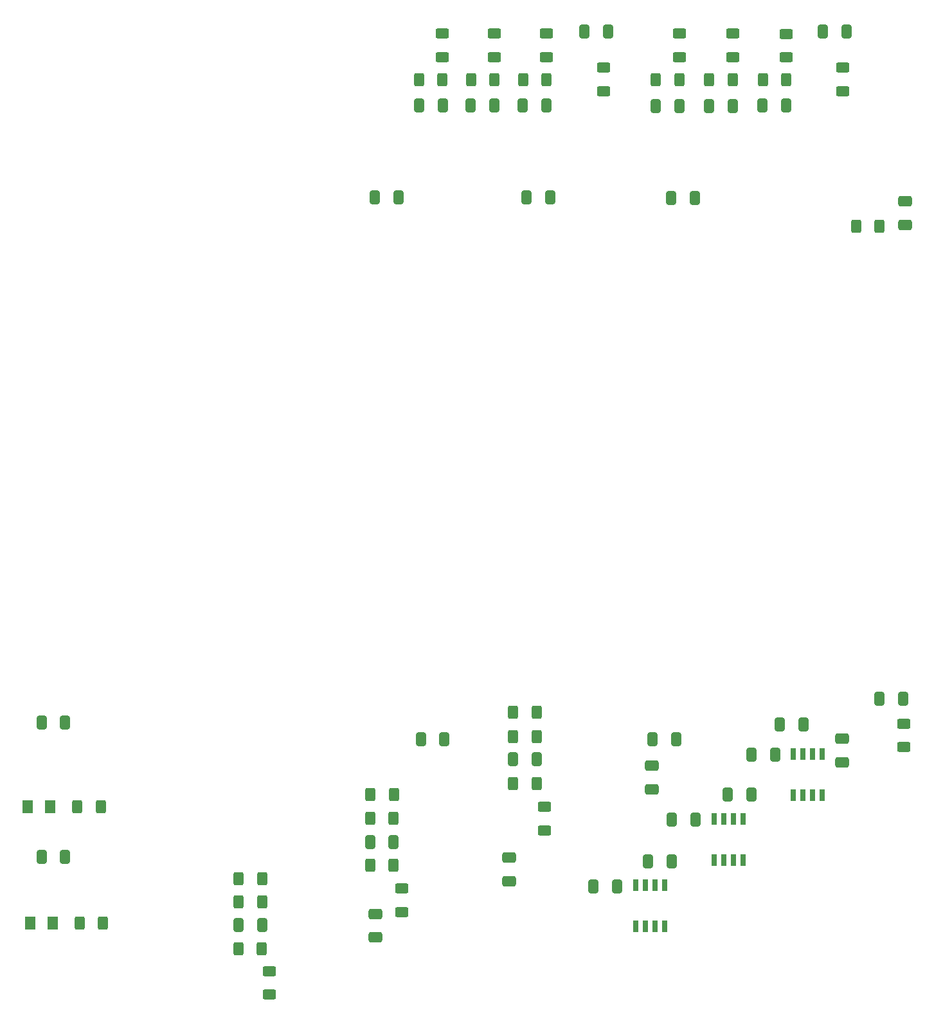
<source format=gtp>
%TF.GenerationSoftware,KiCad,Pcbnew,9.0.2*%
%TF.CreationDate,2025-06-02T11:57:38-04:00*%
%TF.ProjectId,Capstone_Interfacing_PCB,43617073-746f-46e6-955f-496e74657266,v0*%
%TF.SameCoordinates,Original*%
%TF.FileFunction,Paste,Top*%
%TF.FilePolarity,Positive*%
%FSLAX46Y46*%
G04 Gerber Fmt 4.6, Leading zero omitted, Abs format (unit mm)*
G04 Created by KiCad (PCBNEW 9.0.2) date 2025-06-02 11:57:38*
%MOMM*%
%LPD*%
G01*
G04 APERTURE LIST*
G04 Aperture macros list*
%AMRoundRect*
0 Rectangle with rounded corners*
0 $1 Rounding radius*
0 $2 $3 $4 $5 $6 $7 $8 $9 X,Y pos of 4 corners*
0 Add a 4 corners polygon primitive as box body*
4,1,4,$2,$3,$4,$5,$6,$7,$8,$9,$2,$3,0*
0 Add four circle primitives for the rounded corners*
1,1,$1+$1,$2,$3*
1,1,$1+$1,$4,$5*
1,1,$1+$1,$6,$7*
1,1,$1+$1,$8,$9*
0 Add four rect primitives between the rounded corners*
20,1,$1+$1,$2,$3,$4,$5,0*
20,1,$1+$1,$4,$5,$6,$7,0*
20,1,$1+$1,$6,$7,$8,$9,0*
20,1,$1+$1,$8,$9,$2,$3,0*%
G04 Aperture macros list end*
%ADD10RoundRect,0.250000X0.625000X-0.400000X0.625000X0.400000X-0.625000X0.400000X-0.625000X-0.400000X0*%
%ADD11RoundRect,0.250000X-0.412500X-0.650000X0.412500X-0.650000X0.412500X0.650000X-0.412500X0.650000X0*%
%ADD12RoundRect,0.250000X0.412500X0.650000X-0.412500X0.650000X-0.412500X-0.650000X0.412500X-0.650000X0*%
%ADD13RoundRect,0.250000X-0.400000X-0.625000X0.400000X-0.625000X0.400000X0.625000X-0.400000X0.625000X0*%
%ADD14RoundRect,0.250001X0.462499X0.624999X-0.462499X0.624999X-0.462499X-0.624999X0.462499X-0.624999X0*%
%ADD15R,0.650000X1.525000*%
%ADD16RoundRect,0.250000X-0.625000X0.400000X-0.625000X-0.400000X0.625000X-0.400000X0.625000X0.400000X0*%
%ADD17RoundRect,0.250000X-0.650000X0.412500X-0.650000X-0.412500X0.650000X-0.412500X0.650000X0.412500X0*%
%ADD18RoundRect,0.250000X0.650000X-0.412500X0.650000X0.412500X-0.650000X0.412500X-0.650000X-0.412500X0*%
G04 APERTURE END LIST*
D10*
%TO.C,R4*%
X117600000Y-34150000D03*
X117600000Y-31050000D03*
%TD*%
D11*
%TO.C,C18*%
X124000000Y-119510000D03*
X127125000Y-119510000D03*
%TD*%
D12*
%TO.C,C27*%
X103212502Y-36000000D03*
X100087502Y-36000000D03*
%TD*%
D13*
%TO.C,R16*%
X105650000Y-125350000D03*
X108750000Y-125350000D03*
%TD*%
D11*
%TO.C,C21*%
X140787500Y-117550000D03*
X143912500Y-117550000D03*
%TD*%
D14*
%TO.C,D2*%
X45043750Y-143700000D03*
X42068750Y-143700000D03*
%TD*%
D10*
%TO.C,R15*%
X109800000Y-131500000D03*
X109800000Y-128400000D03*
%TD*%
D11*
%TO.C,C2*%
X115050000Y-26250000D03*
X118175000Y-26250000D03*
%TD*%
D13*
%TO.C,R30*%
X150825000Y-51925000D03*
X153925000Y-51925000D03*
%TD*%
%TO.C,R5*%
X69500000Y-137890000D03*
X72600000Y-137890000D03*
%TD*%
D15*
%TO.C,U7*%
X121817500Y-144173000D03*
X123087500Y-144173000D03*
X124357500Y-144173000D03*
X125627500Y-144173000D03*
X125627500Y-138749000D03*
X124357500Y-138749000D03*
X123087500Y-138749000D03*
X121817500Y-138749000D03*
%TD*%
D11*
%TO.C,C4*%
X43537500Y-117300000D03*
X46662500Y-117300000D03*
%TD*%
D13*
%TO.C,R20*%
X131450003Y-32650000D03*
X134550003Y-32650000D03*
%TD*%
%TO.C,R22*%
X124450003Y-32650000D03*
X127550003Y-32650000D03*
%TD*%
D12*
%TO.C,C13*%
X108762500Y-122150000D03*
X105637500Y-122150000D03*
%TD*%
D13*
%TO.C,R13*%
X105650000Y-115950000D03*
X108750000Y-115950000D03*
%TD*%
%TO.C,R18*%
X138550003Y-32650000D03*
X141650003Y-32650000D03*
%TD*%
D10*
%TO.C,R7*%
X73550000Y-153140000D03*
X73550000Y-150040000D03*
%TD*%
D16*
%TO.C,R19*%
X134600003Y-26550000D03*
X134600003Y-29650000D03*
%TD*%
D13*
%TO.C,R2*%
X48556250Y-143700000D03*
X51656250Y-143700000D03*
%TD*%
D12*
%TO.C,C19*%
X129712500Y-130099500D03*
X126587500Y-130099500D03*
%TD*%
D16*
%TO.C,R23*%
X110050002Y-26550000D03*
X110050002Y-29650000D03*
%TD*%
D10*
%TO.C,R11*%
X90970000Y-142260000D03*
X90970000Y-139160000D03*
%TD*%
D12*
%TO.C,C28*%
X96400002Y-36000000D03*
X93275002Y-36000000D03*
%TD*%
%TO.C,C23*%
X141650003Y-36050000D03*
X138525003Y-36050000D03*
%TD*%
D11*
%TO.C,C14*%
X123437500Y-135600000D03*
X126562500Y-135600000D03*
%TD*%
D12*
%TO.C,C29*%
X156987500Y-114175000D03*
X153862500Y-114175000D03*
%TD*%
D16*
%TO.C,R21*%
X127550003Y-26550000D03*
X127550003Y-29650000D03*
%TD*%
D11*
%TO.C,C3*%
X43537500Y-135000000D03*
X46662500Y-135000000D03*
%TD*%
D12*
%TO.C,C26*%
X110050002Y-36000000D03*
X106925002Y-36000000D03*
%TD*%
D13*
%TO.C,R9*%
X86870000Y-126760000D03*
X89970000Y-126760000D03*
%TD*%
D12*
%TO.C,C24*%
X134600002Y-36100000D03*
X131475002Y-36100000D03*
%TD*%
D10*
%TO.C,R29*%
X157150000Y-120550000D03*
X157150000Y-117450000D03*
%TD*%
D13*
%TO.C,R28*%
X93250002Y-32650000D03*
X96350002Y-32650000D03*
%TD*%
%TO.C,R8*%
X69450000Y-147090000D03*
X72550000Y-147090000D03*
%TD*%
%TO.C,R12*%
X86820000Y-136110000D03*
X89920000Y-136110000D03*
%TD*%
D12*
%TO.C,C16*%
X119330000Y-138849000D03*
X116205000Y-138849000D03*
%TD*%
%TO.C,C25*%
X127525002Y-36100000D03*
X124400002Y-36100000D03*
%TD*%
D17*
%TO.C,C20*%
X149000000Y-119437500D03*
X149000000Y-122562500D03*
%TD*%
D13*
%TO.C,R10*%
X86820000Y-129910000D03*
X89920000Y-129910000D03*
%TD*%
D17*
%TO.C,C5*%
X87550000Y-142487500D03*
X87550000Y-145612500D03*
%TD*%
D14*
%TO.C,D1*%
X44687500Y-128400000D03*
X41712500Y-128400000D03*
%TD*%
D11*
%TO.C,C17*%
X133887500Y-126800000D03*
X137012500Y-126800000D03*
%TD*%
D12*
%TO.C,C9*%
X110562500Y-48150000D03*
X107437500Y-48150000D03*
%TD*%
D11*
%TO.C,C1*%
X146475000Y-26300000D03*
X149600000Y-26300000D03*
%TD*%
D16*
%TO.C,R17*%
X141650003Y-26600000D03*
X141650003Y-29700000D03*
%TD*%
D18*
%TO.C,C30*%
X157275000Y-51737500D03*
X157275000Y-48612500D03*
%TD*%
D12*
%TO.C,C22*%
X140187500Y-121486000D03*
X137062500Y-121486000D03*
%TD*%
%TO.C,C11*%
X72612500Y-143990000D03*
X69487500Y-143990000D03*
%TD*%
D13*
%TO.C,R24*%
X106950002Y-32650000D03*
X110050002Y-32650000D03*
%TD*%
D17*
%TO.C,C7*%
X123950000Y-122937500D03*
X123950000Y-126062500D03*
%TD*%
D13*
%TO.C,R1*%
X48250000Y-128410000D03*
X51350000Y-128410000D03*
%TD*%
D12*
%TO.C,C8*%
X129562500Y-48175000D03*
X126437500Y-48175000D03*
%TD*%
D16*
%TO.C,R25*%
X103200002Y-26550000D03*
X103200002Y-29650000D03*
%TD*%
D15*
%TO.C,U8*%
X132145000Y-135399500D03*
X133415000Y-135399500D03*
X134685000Y-135399500D03*
X135955000Y-135399500D03*
X135955000Y-129975500D03*
X134685000Y-129975500D03*
X133415000Y-129975500D03*
X132145000Y-129975500D03*
%TD*%
D13*
%TO.C,R26*%
X100100002Y-32650000D03*
X103200002Y-32650000D03*
%TD*%
D15*
%TO.C,U9*%
X142550000Y-126874000D03*
X143820000Y-126874000D03*
X145090000Y-126874000D03*
X146360000Y-126874000D03*
X146360000Y-121450000D03*
X145090000Y-121450000D03*
X143820000Y-121450000D03*
X142550000Y-121450000D03*
%TD*%
D13*
%TO.C,R6*%
X69500000Y-140890000D03*
X72600000Y-140890000D03*
%TD*%
D12*
%TO.C,C12*%
X89922500Y-133010000D03*
X86797500Y-133010000D03*
%TD*%
D16*
%TO.C,R27*%
X96350002Y-26550000D03*
X96350002Y-29650000D03*
%TD*%
D13*
%TO.C,R14*%
X105650000Y-119150000D03*
X108750000Y-119150000D03*
%TD*%
D12*
%TO.C,C10*%
X90562500Y-48150000D03*
X87437500Y-48150000D03*
%TD*%
D11*
%TO.C,C15*%
X93487500Y-119510000D03*
X96612500Y-119510000D03*
%TD*%
D17*
%TO.C,C6*%
X105100000Y-135100000D03*
X105100000Y-138225000D03*
%TD*%
D10*
%TO.C,R3*%
X149050000Y-34150000D03*
X149050000Y-31050000D03*
%TD*%
M02*

</source>
